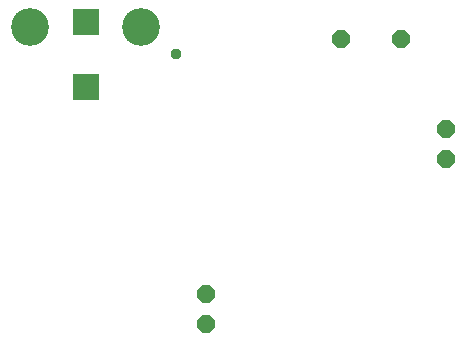
<source format=gbs>
G75*
%MOIN*%
%OFA0B0*%
%FSLAX25Y25*%
%IPPOS*%
%LPD*%
%AMOC8*
5,1,8,0,0,1.08239X$1,22.5*
%
%ADD10OC8,0.06000*%
%ADD11R,0.09068X0.09068*%
%ADD12C,0.12611*%
%ADD13C,0.03778*%
D10*
X0071000Y0026000D03*
X0071000Y0036000D03*
X0151000Y0081000D03*
X0151000Y0091000D03*
X0136000Y0121000D03*
X0116000Y0121000D03*
D11*
X0031000Y0126827D03*
X0031000Y0105173D03*
D12*
X0012496Y0125016D03*
X0049504Y0125016D03*
D13*
X0061000Y0116000D03*
M02*

</source>
